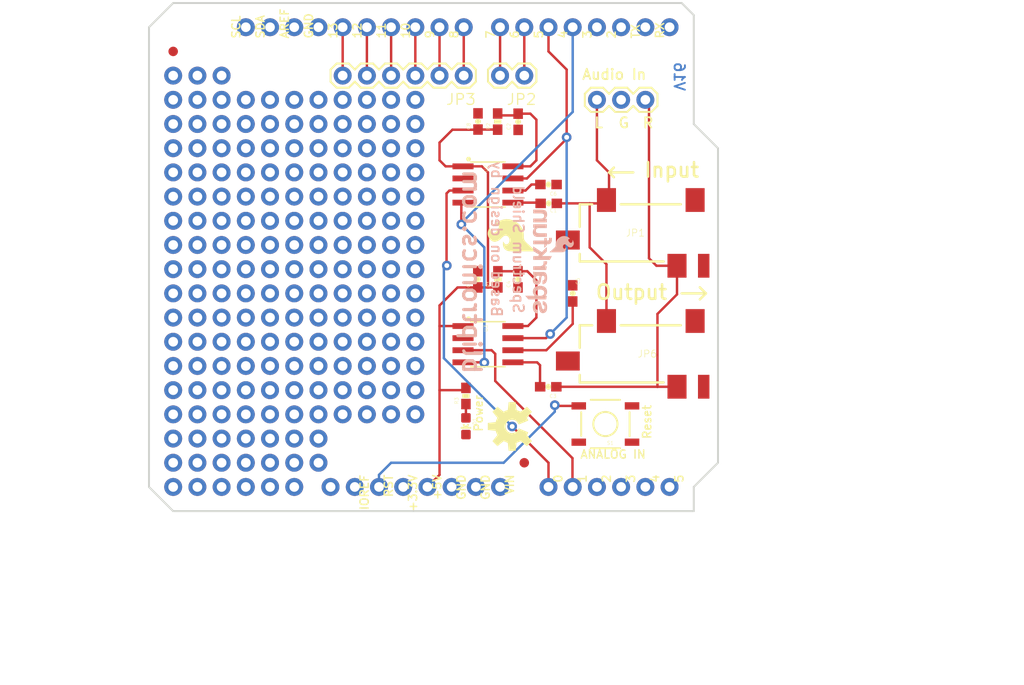
<source format=kicad_pcb>
(kicad_pcb (version 20211014) (generator pcbnew)
  (layers (0 "F.Cu" signal) (31 "B.Cu" signal) (34 "B.Paste" user) (35 "F.Paste" user) (36 "B.SilkS" user "B.Silkscreen") (37 "F.SilkS" user "F.Silkscreen") (38 "B.Mask" user) (39 "F.Mask" user) (44 "Edge.Cuts" user))
  (net 0 "")
  (net 1 "GND")
  (net 2 "RESET")
  (net 3 "STROBE")
  (net 4 "N$1")
  (net 5 "N$4")
  (net 6 "N$6")
  (net 7 "VCC")
  (net 8 "ANALOG0")
  (net 9 "ANALOG1")
  (net 10 "RIGHT")
  (net 11 "LEFT")
  (net 12 "N$2")
  (net 13 "N$3")
  (net 14 "N$5")
  (net 15 "N$7")
  (net 16 "N$9")
  (net 17 "N$10")
  (net 18 "N$11")
  (net 19 "N$12")
  (net 20 "N$13")
  (net 21 "N$14")
  (net 22 "N$15")
  (net 23 "N$16")
  (net 24 "N$17")
  (net 25 "N$18")
  (net 26 "N$19")
  (net 27 "N$20")
  (net 28 "N$21")
  (net 29 "N$22")
  (net 30 "N$23")
  (net 31 "N$24")
  (net 32 "N$25")
  (net 33 "N$26")
  (net 34 "N$27")
  (net 35 "N$28")
  (net 36 "N$29")
  (net 37 "N$30")
  (net 38 "N$31")
  (net 39 "N$32")
  (net 40 "N$33")
  (net 41 "N$34")
  (net 42 "N$35")
  (net 43 "N$36")
  (net 44 "N$37")
  (net 45 "N$38")
  (net 46 "N$39")
  (net 47 "N$40")
  (net 48 "N$41")
  (net 49 "N$42")
  (net 50 "N$43")
  (net 51 "N$44")
  (net 52 "N$45")
  (net 53 "N$46")
  (net 54 "N$47")
  (net 55 "N$48")
  (net 56 "N$49")
  (net 57 "N$50")
  (net 58 "N$51")
  (net 59 "N$52")
  (net 60 "N$53")
  (net 61 "N$54")
  (net 62 "N$55")
  (net 63 "N$56")
  (net 64 "N$57")
  (net 65 "N$58")
  (net 66 "N$59")
  (net 67 "N$60")
  (net 68 "N$61")
  (net 69 "N$62")
  (net 70 "N$63")
  (net 71 "N$64")
  (net 72 "N$65")
  (net 73 "N$66")
  (net 74 "N$67")
  (net 75 "N$68")
  (net 76 "N$69")
  (net 77 "N$70")
  (net 78 "N$71")
  (net 79 "N$72")
  (net 80 "N$73")
  (net 81 "N$74")
  (net 82 "N$75")
  (net 83 "N$76")
  (net 84 "N$77")
  (net 85 "N$78")
  (net 86 "N$79")
  (net 87 "N$80")
  (net 88 "N$81")
  (net 89 "N$82")
  (net 90 "N$83")
  (net 91 "N$84")
  (net 92 "N$85")
  (net 93 "N$86")
  (net 94 "N$87")
  (net 95 "N$88")
  (net 96 "N$89")
  (net 97 "N$90")
  (net 98 "N$91")
  (net 99 "N$92")
  (net 100 "N$93")
  (net 101 "N$94")
  (net 102 "N$95")
  (net 103 "N$96")
  (net 104 "N$97")
  (net 105 "N$98")
  (net 106 "N$99")
  (net 107 "N$100")
  (net 108 "N$101")
  (net 109 "N$102")
  (net 110 "N$103")
  (net 111 "N$104")
  (net 112 "N$105")
  (net 113 "N$106")
  (net 114 "N$107")
  (net 115 "N$108")
  (net 116 "N$109")
  (net 117 "N$110")
  (net 118 "N$111")
  (net 119 "N$112")
  (net 120 "N$113")
  (net 121 "N$114")
  (net 122 "N$115")
  (net 123 "N$116")
  (net 124 "N$117")
  (net 125 "N$118")
  (net 126 "N$119")
  (net 127 "N$120")
  (net 128 "N$121")
  (net 129 "N$122")
  (net 130 "N$123")
  (net 131 "N$124")
  (net 132 "N$125")
  (net 133 "N$126")
  (net 134 "N$127")
  (net 135 "N$128")
  (net 136 "N$129")
  (net 137 "N$130")
  (net 138 "N$131")
  (net 139 "N$132")
  (net 140 "N$133")
  (net 141 "N$135")
  (net 142 "N$136")
  (net 143 "N$137")
  (net 144 "N$138")
  (net 145 "N$139")
  (net 146 "N$140")
  (net 147 "N$141")
  (net 148 "N$142")
  (net 149 "N$143")
  (net 150 "N$144")
  (net 151 "N$145")
  (net 152 "N$146")
  (net 153 "N$147")
  (net 154 "N$148")
  (net 155 "N$152")
  (net 156 "N$153")
  (net 157 "N$154")
  (net 158 "N$155")
  (net 159 "N$156")
  (net 160 "N$157")
  (net 161 "N$158")
  (net 162 "N$159")
  (net 163 "N$160")
  (net 164 "N$161")
  (net 165 "N$162")
  (net 166 "N$163")
  (net 167 "N$164")
  (net 168 "N$165")
  (net 169 "N$169")
  (net 170 "N$170")
  (net 171 "N$171")
  (net 172 "N$172")
  (net 173 "N$173")
  (net 174 "N$174")
  (net 175 "N$175")
  (net 176 "N$176")
  (net 177 "N$177")
  (net 178 "N$178")
  (net 179 "N$179")
  (net 180 "N$180")
  (net 181 "N$181")
  (net 182 "N$182")
  (net 183 "N$183")
  (net 184 "N$184")
  (net 185 "N$185")
  (net 186 "N$186")
  (net 187 "N$187")
  (net 188 "N$188")
  (net 189 "N$189")
  (net 190 "N$190")
  (net 191 "N$191")
  (net 192 "N$192")
  (net 193 "N$193")
  (net 194 "N$194")
  (net 195 "N$195")
  (net 196 "N$196")
  (net 197 "N$166")
  (net 198 "N$167")
  (net 199 "N$168")
  (net 200 "N$227")
  (net 201 "N$8")
  (footprint "boardEagle:1X06" (layer "F.Cu") (at 151.6761 85.9536 180)
    (fp_text reference "JP3")
    (fp_text value "")
  )
  (footprint "boardEagle:0603-CAP" (layer "F.Cu") (at 163.1061 108.8136 -90)
    (fp_text reference "C5")
    (fp_text value "0.1uF")
  )
  (footprint "boardEagle:STAND-OFF-TIGHT" (layer "F.Cu") (at 175.8061 124.0536)
    (fp_text reference "U$1" hide)
    (fp_text value "" hide)
  )
  (footprint "boardEagle:0603-CAP" (layer "F.Cu") (at 157.3657 107.3404 90)
    (fp_text reference "C4")
    (fp_text value "33pF")
  )
  (footprint "boardEagle:OSHW-LOGO-M" (layer "F.Cu") (at 156.7561 122.7836 90)
    (fp_text reference "LOGO1" hide)
    (fp_text value "OSHW-LOGOM" hide)
  )
  (footprint "boardEagle:0603-RES" (layer "F.Cu") (at 151.9047 119.5832 90)
    (fp_text reference "R3")
    (fp_text value "330")
  )
  (footprint "boardEagle:1X02" (layer "F.Cu") (at 158.0261 85.9536 180)
    (fp_text reference "JP2")
    (fp_text value "")
  )
  (footprint "boardEagle:0603-CAP" (layer "F.Cu") (at 153.172159 90.7669 90)
    (fp_text reference "C8")
    (fp_text value "0.1uF")
  )
  (footprint "boardEagle:TACTILE-SWITCH-SMD" (layer "F.Cu") (at 166.5351 122.5296 180)
    (fp_text reference "S1")
    (fp_text value "TAC_SWITCHSMD")
  )
  (footprint "boardEagle:CREATIVE_COMMONS" (layer "F.Cu") (at 127.5461 146.9136)
    (fp_text reference "FRAME1" hide)
    (fp_text value "FRAME-LETTER" hide)
  )
  (footprint "boardEagle:0603-CAP" (layer "F.Cu") (at 157.38094 90.799919 90)
    (fp_text reference "C2")
    (fp_text value "33pF")
  )
  (footprint "boardEagle:STAND-OFF-TIGHT" (layer "F.Cu") (at 125.0061 80.8736)
    (fp_text reference "U$3" hide)
    (fp_text value "" hide)
  )
  (footprint "boardEagle:SFE_LOGO_FLAME_.2" (layer "F.Cu") (at 159.5501 104.7496 90)
    (fp_text reference "LOGO2" hide)
    (fp_text value "SFE_LOGO_FLAME.2_INCH" hide)
  )
  (footprint "boardEagle:0603-CAP" (layer "F.Cu") (at 160.5407 118.618 180)
    (fp_text reference "C3")
    (fp_text value "1nF")
  )
  (footprint "boardEagle:0603-CAP" (layer "F.Cu") (at 160.5661 97.3836 180)
    (fp_text reference "C6")
    (fp_text value "0.1uF")
  )
  (footprint "boardEagle:AUDIO-JACK-3.5MM-SMD" (layer "F.Cu") (at 178.3461 102.4636 180)
    (fp_text reference "JP1")
    (fp_text value "3.5mm Audio Jack")
  )
  (footprint "boardEagle:SOIC8" (layer "F.Cu") (at 154.2161 114.1476 -90)
    (fp_text reference "U3")
    (fp_text value "MSGEQ7SOIC")
  )
  (footprint "boardEagle:SOIC8" (layer "F.Cu") (at 154.2161 97.3836 -90)
    (fp_text reference "U2")
    (fp_text value "MSGEQ7SOIC")
  )
  (footprint "boardEagle:LED-0603" (layer "F.Cu") (at 151.9047 122.7582 180)
    (fp_text reference "D1")
    (fp_text value "RED")
  )
  (footprint "boardEagle:0603-RES" (layer "F.Cu") (at 155.2321 90.7796 90)
    (fp_text reference "R2")
    (fp_text value "200k")
  )
  (footprint "boardEagle:0603-CAP" (layer "F.Cu") (at 153.1493 107.3404 90)
    (fp_text reference "C7")
    (fp_text value "0.1uF")
  )
  (footprint "boardEagle:1X03" (layer "F.Cu") (at 165.6461 88.4936)
    (fp_text reference "AUDIO_IN0" hide)
    (fp_text value "JUMPER-3PTH" hide)
  )
  (footprint "boardEagle:0603-RES" (layer "F.Cu") (at 155.2575 107.3404 90)
    (fp_text reference "R1")
    (fp_text value "200k")
  )
  (footprint "boardEagle:AUDIO-JACK-3.5MM-SMD" (layer "F.Cu") (at 178.3461 115.1636 180)
    (fp_text reference "JP6")
    (fp_text value "3.5mm Audio Jack")
  )
  (footprint "boardEagle:0603-CAP" (layer "F.Cu") (at 160.5915 99.3648 180)
    (fp_text reference "C1")
    (fp_text value "1nF")
  )
  (footprint "boardEagle:FIDUCIAL-1X2" (layer "F.Cu") (at 158.0261 126.5936)
    (fp_text reference "JP4" hide)
    (fp_text value "FIDUCIAL1X2" hide)
  )
  (footprint "boardEagle:UNO_R3_SHIELD" (layer "F.Cu") (at 118.6561 78.3336 -90)
    (fp_text reference "U1" hide)
    (fp_text value "ARDUINO_R3_SHIELD" hide)
  )
  (footprint "boardEagle:FIDUCIAL-1X2" (layer "F.Cu") (at 121.1961 83.4136)
    (fp_text reference "JP5" hide)
    (fp_text value "FIDUCIAL1X2" hide)
  )
  (footprint "boardEagle:SFE_LOGO_NAME_FLAME_.1" (layer "B.Cu") (at 158.0261 111.3536 90)
    (fp_text reference "LOGO3" hide)
    (fp_text value "SFE_LOGO_NAME_FLAME.1_INCH" hide)
  )
  (gr_line (start 176.4411 109.4486) (end 177.0761 108.8136) (layer "F.SilkS") (width 0.254))
  (gr_line (start 166.9161 96.1136) (end 167.4241 96.6216) (layer "F.SilkS") (width 0.254))
  (gr_line (start 174.5361 108.8136) (end 177.0761 108.8136) (layer "F.SilkS") (width 0.254))
  (gr_line (start 176.4411 108.1786) (end 177.0761 108.8136) (layer "F.SilkS") (width 0.254))
  (gr_line (start 169.4561 96.1136) (end 167.1701 96.1136) (layer "F.SilkS") (width 0.254))
  (gr_line (start 167.4241 95.6056) (end 166.9161 96.1136) (layer "F.SilkS") (width 0.254))
  (gr_line (start 174.5361 78.3336) (end 121.1961 78.3336) (layer "Edge.Cuts") (width 0.2032))
  (gr_line (start 118.6561 80.8736) (end 118.6561 129.1336) (layer "Edge.Cuts") (width 0.2032))
  (gr_line (start 178.3461 126.5936) (end 178.3461 93.5736) (layer "Edge.Cuts") (width 0.2032))
  (gr_line (start 175.8061 131.6736) (end 175.8061 129.1336) (layer "Edge.Cuts") (width 0.2032))
  (gr_line (start 175.8061 129.1336) (end 178.3461 126.5936) (layer "Edge.Cuts") (width 0.2032))
  (gr_line (start 175.8061 79.6036) (end 174.5361 78.3336) (layer "Edge.Cuts") (width 0.2032))
  (gr_line (start 121.1961 131.6736) (end 175.8061 131.6736) (layer "Edge.Cuts") (width 0.2032))
  (gr_line (start 178.3461 93.5736) (end 175.8061 91.0336) (layer "Edge.Cuts") (width 0.2032))
  (gr_line (start 118.6561 129.1336) (end 121.1961 131.6736) (layer "Edge.Cuts") (width 0.2032))
  (gr_line (start 121.1961 78.3336) (end 118.6561 80.8736) (layer "Edge.Cuts") (width 0.2032))
  (gr_line (start 175.8061 91.0336) (end 175.8061 79.6036) (layer "Edge.Cuts") (width 0.2032))
  (gr_text "V16" (at 174.9171 84.4296 -90) (layer "B.Cu") (effects (font (size 1.0795 1.0795) (thickness 0.1905)) (justify right top mirror)))
  (gr_text "Based on design by" (at 155.7401 94.8436 -90) (layer "B.SilkS") (effects (font (size 1.0795 1.0795) (thickness 0.1905)) (justify right top mirror)))
  (gr_text "bliptronics.com" (at 151.4221 117.4496 -90) (layer "B.SilkS") (effects (font (size 1.85674 1.85674) (thickness 0.32766)) (justify left bottom mirror)))
  (gr_text "Spectrum Shield" (at 158.0261 97.3836 -90) (layer "B.SilkS") (effects (font (size 1.0795 1.0795) (thickness 0.1905)) (justify right top mirror)))
  (gr_text "R" (at 170.3451 91.5416) (layer "F.SilkS") (effects (font (size 1.0795 1.0795) (thickness 0.1905)) (justify left bottom)))
  (gr_text "Reset" (at 170.3959 120.4468 90) (layer "F.SilkS") (effects (font (size 0.8636 0.8636) (thickness 0.1524)) (justify right top)))
  (gr_text "Audio In" (at 163.9951 86.4616) (layer "F.SilkS") (effects (font (size 1.0795 1.0795) (thickness 0.1905)) (justify left bottom)))
  (gr_text "Input" (at 170.4721 96.7486) (layer "F.SilkS") (effects (font (size 1.5113 1.5113) (thickness 0.2667)) (justify left bottom)))
  (gr_text "Power" (at 153.7335 123.4186 90) (layer "F.SilkS") (effects (font (size 0.8636 0.8636) (thickness 0.1524)) (justify left bottom)))
  (gr_text "L" (at 165.2651 91.5416) (layer "F.SilkS") (effects (font (size 1.0795 1.0795) (thickness 0.1905)) (justify left bottom)))
  (gr_text "G" (at 167.8051 91.5416) (layer "F.SilkS") (effects (font (size 1.0795 1.0795) (thickness 0.1905)) (justify left bottom)))
  (gr_text "Output" (at 165.3921 109.5756) (layer "F.SilkS") (effects (font (size 1.5113 1.5113) (thickness 0.2667)) (justify left bottom)))
  (segment (start 162.4711 92.4306) (end 162.4711 85.3186) (width 0.254) (layer "F.Cu") (net 2))
  (segment (start 158.3055 96.7486) (end 162.4711 92.583) (width 0.254) (layer "F.Cu") (net 2))
  (segment (start 160.3121 113.5126) (end 160.7439 113.0808) (width 0.254) (layer "F.Cu") (net 2))
  (segment (start 162.4711 92.583) (end 162.4711 92.4306) (width 0.254) (layer "F.Cu") (net 2))
  (segment (start 156.8323 96.7486) (end 158.3055 96.7486) (width 0.254) (layer "F.Cu") (net 2))
  (segment (start 162.4711 85.3186) (end 160.5661 83.4136) (width 0.254) (layer "F.Cu") (net 2))
  (segment (start 156.8323 113.5126) (end 160.3121 113.5126) (width 0.254) (layer "F.Cu") (net 2))
  (segment (start 160.5661 83.4136) (end 160.5661 80.8736) (width 0.254) (layer "F.Cu") (net 2))
  (via (at 162.4711 92.4306) (size 1.016) (drill 0.508) (layers "F.Cu" "B.Cu") (net 2))
  (via (at 160.7439 113.0808) (size 1.016) (drill 0.508) (layers "F.Cu" "B.Cu") (net 2))
  (segment (start 162.4711 111.3536) (end 160.7439 113.0808) (width 0.254) (layer "B.Cu") (net 2))
  (segment (start 162.4711 92.4306) (end 162.4711 111.3536) (width 0.254) (layer "B.Cu") (net 2))
  (segment (start 151.4221 99.4664) (end 151.4221 101.5746) (width 0.254) (layer "F.Cu") (net 3))
  (segment (start 151.4221 99.4664) (end 151.5999 99.2886) (width 0.254) (layer "F.Cu") (net 3))
  (segment (start 153.8097 116.0526) (end 153.8351 116.078) (width 0.254) (layer "F.Cu") (net 3))
  (segment (start 151.5999 116.0526) (end 153.8097 116.0526) (width 0.254) (layer "F.Cu") (net 3))
  (via (at 153.8351 116.078) (size 1.016) (drill 0.508) (layers "F.Cu" "B.Cu") (net 3))
  (via (at 151.4221 101.5746) (size 1.016) (drill 0.508) (layers "F.Cu" "B.Cu") (net 3))
  (segment (start 151.4221 101.5746) (end 151.4221 101.4476) (width 0.254) (layer "B.Cu") (net 3))
  (segment (start 153.8351 103.9876) (end 153.8351 116.078) (width 0.254) (layer "B.Cu") (net 3))
  (segment (start 151.4221 101.4476) (end 163.1061 89.7636) (width 0.254) (layer "B.Cu") (net 3))
  (segment (start 163.1061 89.7636) (end 163.1061 80.8736) (width 0.254) (layer "B.Cu") (net 3))
  (segment (start 151.4221 101.5746) (end 153.8351 103.9876) (width 0.254) (layer "B.Cu") (net 3))
  (segment (start 159.6653 99.2886) (end 159.7415 99.3648) (width 0.254) (layer "F.Cu") (net 4))
  (segment (start 156.8323 99.2886) (end 159.6653 99.2886) (width 0.254) (layer "F.Cu") (net 4))
  (segment (start 156.8323 95.4786) (end 158.6611 95.4786) (width 0.254) (layer "F.Cu") (net 5))
  (segment (start 155.4321 90.1296) (end 157.201259 90.1296) (width 0.254) (layer "F.Cu") (net 5))
  (segment (start 157.38184 89.949019) (end 157.38094 89.949919) (width 0.254) (layer "F.Cu") (net 5))
  (segment (start 159.2961 94.8436) (end 159.2961 90.584019) (width 0.254) (layer "F.Cu") (net 5))
  (segment (start 158.6611 95.4786) (end 159.2961 94.8436) (width 0.254) (layer "F.Cu") (net 5))
  (segment (start 158.6611 89.949019) (end 157.38184 89.949019) (width 0.254) (layer "F.Cu") (net 5))
  (segment (start 157.201259 90.1296) (end 157.38094 89.949919) (width 0.254) (layer "F.Cu") (net 5))
  (segment (start 155.2321 89.9296) (end 155.4321 90.1296) (width 0.254) (layer "F.Cu") (net 5))
  (segment (start 159.2961 90.584019) (end 158.6611 89.949019) (width 0.254) (layer "F.Cu") (net 5))
  (segment (start 156.8323 98.0186) (end 158.1531 98.0186) (width 0.254) (layer "F.Cu") (net 6))
  (segment (start 158.1531 98.0186) (end 158.7881 97.3836) (width 0.254) (layer "F.Cu") (net 6))
  (segment (start 158.7881 97.3836) (end 159.7161 97.3836) (width 0.254) (layer "F.Cu") (net 6))
  (segment (start 149.1361 127.8636) (end 149.1361 118.9736) (width 0.254) (layer "F.Cu") (net 7))
  (segment (start 155.2194 91.6169) (end 155.2321 91.6296) (width 0.254) (layer "F.Cu") (net 7))
  (segment (start 149.1361 110.0836) (end 149.1361 112.2426) (width 0.254) (layer "F.Cu") (net 7))
  (segment (start 149.1361 118.9736) (end 149.1361 112.2426) (width 0.254) (layer "F.Cu") (net 7))
  (segment (start 147.8661 129.1336) (end 149.1361 127.8636) (width 0.254) (layer "F.Cu") (net 7))
  (segment (start 153.1493 108.1904) (end 154.2161 108.1904) (width 0.254) (layer "F.Cu") (net 7))
  (segment (start 151.5999 112.2426) (end 149.1361 112.2426) (width 0.254) (layer "F.Cu") (net 7))
  (segment (start 153.1493 108.1904) (end 151.0293 108.1904) (width 0.254) (layer "F.Cu") (net 7))
  (segment (start 150.489918 91.633041) (end 153.156018 91.633041) (width 0.254) (layer "F.Cu") (net 7))
  (segment (start 154.2161 96.1136) (end 154.2161 108.1904) (width 0.254) (layer "F.Cu") (net 7))
  (segment (start 151.0293 108.1904) (end 149.1361 110.0836) (width 0.254) (layer "F.Cu") (net 7))
  (segment (start 149.7711 95.4786) (end 149.1361 94.8436) (width 0.254) (layer "F.Cu") (net 7))
  (segment (start 149.1361 94.8436) (end 149.1361 92.98686) (width 0.254) (layer "F.Cu") (net 7))
  (segment (start 151.5999 95.4786) (end 153.5811 95.4786) (width 0.254) (layer "F.Cu") (net 7))
  (segment (start 151.9047 118.7332) (end 151.6643 118.9736) (width 0.254) (layer "F.Cu") (net 7))
  (segment (start 153.172159 91.6169) (end 155.2194 91.6169) (width 0.254) (layer "F.Cu") (net 7))
  (segment (start 154.2161 108.1904) (end 155.2575 108.1904) (width 0.254) (layer "F.Cu") (net 7))
  (segment (start 155.224481 91.637219) (end 155.2321 91.6296) (width 0.254) (layer "F.Cu") (net 7))
  (segment (start 153.5811 95.4786) (end 154.2161 96.1136) (width 0.254) (layer "F.Cu") (net 7))
  (segment (start 153.156018 91.633041) (end 153.172159 91.6169) (width 0.254) (layer "F.Cu") (net 7))
  (segment (start 151.6643 118.9736) (end 149.1361 118.9736) (width 0.254) (layer "F.Cu") (net 7))
  (segment (start 151.5999 95.4786) (end 149.7711 95.4786) (width 0.254) (layer "F.Cu") (net 7))
  (segment (start 149.1361 92.98686) (end 150.489918 91.633041) (width 0.254) (layer "F.Cu") (net 7))
  (segment (start 150.1775 98.0186) (end 149.8727 98.3234) (width 0.254) (layer "F.Cu") (net 8))
  (segment (start 160.5661 129.1336) (end 160.5661 126.5936) (width 0.254) (layer "F.Cu") (net 8))
  (segment (start 151.5999 98.0186) (end 150.1775 98.0186) (width 0.254) (layer "F.Cu") (net 8))
  (segment (start 160.5661 126.5936) (end 156.7561 122.7836) (width 0.254) (layer "F.Cu") (net 8))
  (segment (start 149.8727 105.8672) (end 149.8981 105.8926) (width 0.254) (layer "F.Cu") (net 8))
  (segment (start 149.8727 98.3234) (end 149.8727 105.8672) (width 0.254) (layer "F.Cu") (net 8))
  (via (at 149.8981 105.8926) (size 1.016) (drill 0.508) (layers "F.Cu" "B.Cu") (net 8))
  (via (at 156.7561 122.7836) (size 1.016) (drill 0.508) (layers "F.Cu" "B.Cu") (net 8))
  (segment (start 149.5933 106.1974) (end 149.8981 105.8926) (width 0.254) (layer "B.Cu") (net 8))
  (segment (start 149.5933 115.6208) (end 149.5933 106.1974) (width 0.254) (layer "B.Cu") (net 8))
  (segment (start 156.7561 122.7836) (end 149.5933 115.6208) (width 0.254) (layer "B.Cu") (net 8))
  (segment (start 154.9781 118.0084) (end 163.0807 126.111) (width 0.254) (layer "F.Cu") (net 9))
  (segment (start 154.9781 115.1636) (end 154.9781 118.0084) (width 0.254) (layer "F.Cu") (net 9))
  (segment (start 151.5999 114.7826) (end 154.5971 114.7826) (width 0.254) (layer "F.Cu") (net 9))
  (segment (start 154.5971 114.7826) (end 154.9781 115.1636) (width 0.254) (layer "F.Cu") (net 9))
  (segment (start 163.0807 126.111) (end 163.0807 129.1082) (width 0.254) (layer "F.Cu") (net 9))
  (segment (start 163.0807 129.1082) (end 163.1061 129.1336) (width 0.254) (layer "F.Cu") (net 9))
  (segment (start 171.8901 105.9136) (end 171.1071 105.1306) (width 0.254) (layer "F.Cu") (net 10))
  (segment (start 171.1071 105.1306) (end 171.1071 88.8746) (width 0.254) (layer "F.Cu") (net 10))
  (segment (start 161.3907 118.618) (end 171.9961 118.618) (width 0.254) (layer "F.Cu") (net 10))
  (segment (start 174.0461 105.9136) (end 174.0461 108.9226) (width 0.254) (layer "F.Cu") (net 10))
  (segment (start 174.0417 118.618) (end 174.0461 118.6136) (width 0.254) (layer "F.Cu") (net 10))
  (segment (start 171.1071 88.8746) (end 170.7261 88.4936) (width 0.254) (layer "F.Cu") (net 10))
  (segment (start 173.6861 118.9736) (end 174.0461 118.6136) (width 0.254) (layer "F.Cu") (net 10))
  (segment (start 171.9961 110.9726) (end 171.9961 118.618) (width 0.254) (layer "F.Cu") (net 10))
  (segment (start 171.9961 118.618) (end 174.0417 118.618) (width 0.254) (layer "F.Cu") (net 10))
  (segment (start 174.0461 108.9226) (end 171.9961 110.9726) (width 0.254) (layer "F.Cu") (net 10))
  (segment (start 173.2661 118.9736) (end 173.6861 118.9736) (width 0.254) (layer "F.Cu") (net 10))
  (segment (start 174.0461 105.9136) (end 171.8901 105.9136) (width 0.254) (layer "F.Cu") (net 10))
  (segment (start 164.8841 99.3648) (end 166.2949 99.3648) (width 0.254) (layer "F.Cu") (net 11))
  (segment (start 164.8841 103.9876) (end 164.8841 99.3648) (width 0.254) (layer "F.Cu") (net 11))
  (segment (start 166.9161 96.1136) (end 166.9161 98.7436) (width 0.254) (layer "F.Cu") (net 11))
  (segment (start 166.9161 98.7436) (end 166.6461 99.0136) (width 0.254) (layer "F.Cu") (net 11))
  (segment (start 161.4415 99.3648) (end 164.8841 99.3648) (width 0.254) (layer "F.Cu") (net 11))
  (segment (start 165.6461 94.8436) (end 166.9161 96.1136) (width 0.254) (layer "F.Cu") (net 11))
  (segment (start 166.6461 111.7136) (end 166.6461 105.7496) (width 0.254) (layer "F.Cu") (net 11))
  (segment (start 166.6461 105.7496) (end 164.8841 103.9876) (width 0.254) (layer "F.Cu") (net 11))
  (segment (start 165.6461 88.4936) (end 165.6461 94.8436) (width 0.254) (layer "F.Cu") (net 11))
  (segment (start 166.2949 99.3648) (end 166.6461 99.0136) (width 0.254) (layer "F.Cu") (net 11))
  (segment (start 156.8323 116.0526) (end 159.3723 116.0526) (width 0.254) (layer "F.Cu") (net 12))
  (segment (start 159.3723 116.0526) (end 159.6771 116.3574) (width 0.254) (layer "F.Cu") (net 12))
  (segment (start 159.6771 116.3574) (end 159.6771 118.6044) (width 0.254) (layer "F.Cu") (net 12))
  (segment (start 159.6771 118.6044) (end 159.6907 118.618) (width 0.254) (layer "F.Cu") (net 12))
  (segment (start 158.4071 112.2426) (end 159.2961 111.3536) (width 0.254) (layer "F.Cu") (net 13))
  (segment (start 158.3445 106.4904) (end 157.3657 106.4904) (width 0.254) (layer "F.Cu") (net 13))
  (segment (start 159.2961 111.3536) (end 159.2961 107.442) (width 0.254) (layer "F.Cu") (net 13))
  (segment (start 159.2961 107.442) (end 158.3445 106.4904) (width 0.254) (layer "F.Cu") (net 13))
  (segment (start 156.8323 112.2426) (end 158.4071 112.2426) (width 0.254) (layer "F.Cu") (net 13))
  (segment (start 155.2575 106.4904) (end 157.3657 106.4904) (width 0.254) (layer "F.Cu") (net 13))
  (segment (start 156.8323 114.7826) (end 160.3375 114.7826) (width 0.254) (layer "F.Cu") (net 14))
  (segment (start 163.1061 112.014) (end 163.1061 109.6636) (width 0.254) (layer "F.Cu") (net 14))
  (segment (start 160.3375 114.7826) (end 163.1061 112.014) (width 0.254) (layer "F.Cu") (net 14))
  (segment (start 151.9047 121.8812) (end 151.9047 120.4332) (width 0.254) (layer "F.Cu") (net 15))
  (segment (start 155.4861 85.9536) (end 155.4861 80.8736) (width 0.254) (layer "F.Cu") (net 16))
  (segment (start 151.6761 85.9536) (end 151.6761 80.8736) (width 0.254) (layer "F.Cu") (net 17))
  (segment (start 149.1361 85.9536) (end 149.1361 80.8736) (width 0.254) (layer "F.Cu") (net 18))
  (segment (start 146.5961 85.9536) (end 146.5961 80.8736) (width 0.254) (layer "F.Cu") (net 19))
  (segment (start 144.0561 85.9536) (end 144.0561 80.8736) (width 0.254) (layer "F.Cu") (net 20))
  (segment (start 141.5161 85.9536) (end 141.5161 80.8736) (width 0.254) (layer "F.Cu") (net 21))
  (segment (start 138.9761 85.9536) (end 138.9761 80.8736) (width 0.254) (layer "F.Cu") (net 22))
  (via (at 121.1961 88.4936) (size 1.8796) (drill 1.016) (layers "F.Cu" "B.Cu") (net 23))
  (via (at 121.1961 91.0336) (size 1.8796) (drill 1.016) (layers "F.Cu" "B.Cu") (net 24))
  (via (at 121.1961 93.5736) (size 1.8796) (drill 1.016) (layers "F.Cu" "B.Cu") (net 25))
  (via (at 121.1961 96.1136) (size 1.8796) (drill 1.016) (layers "F.Cu" "B.Cu") (net 26))
  (via (at 121.1961 98.6536) (size 1.8796) (drill 1.016) (layers "F.Cu" "B.Cu") (net 27))
  (via (at 121.1961 101.1936) (size 1.8796) (drill 1.016) (layers "F.Cu" "B.Cu") (net 28))
  (via (at 121.1961 103.7336) (size 1.8796) (drill 1.016) (layers "F.Cu" "B.Cu") (net 29))
  (via (at 121.1961 106.2736) (size 1.8796) (drill 1.016) (layers "F.Cu" "B.Cu") (net 30))
  (via (at 121.1961 108.8136) (size 1.8796) (drill 1.016) (layers "F.Cu" "B.Cu") (net 31))
  (via (at 121.1961 111.3536) (size 1.8796) (drill 1.016) (layers "F.Cu" "B.Cu") (net 32))
  (via (at 121.1961 113.8936) (size 1.8796) (drill 1.016) (layers "F.Cu" "B.Cu") (net 33))
  (via (at 121.1961 116.4336) (size 1.8796) (drill 1.016) (layers "F.Cu" "B.Cu") (net 34))
  (via (at 121.1961 118.9736) (size 1.8796) (drill 1.016) (layers "F.Cu" "B.Cu") (net 35))
  (via (at 121.1961 121.5136) (size 1.8796) (drill 1.016) (layers "F.Cu" "B.Cu") (net 36))
  (via (at 121.1961 124.0536) (size 1.8796) (drill 1.016) (layers "F.Cu" "B.Cu") (net 37))
  (via (at 121.1961 126.5936) (size 1.8796) (drill 1.016) (layers "F.Cu" "B.Cu") (net 38))
  (via (at 121.1961 129.1336) (size 1.8796) (drill 1.016) (layers "F.Cu" "B.Cu") (net 39))
  (via (at 123.7361 88.4936) (size 1.8796) (drill 1.016) (layers "F.Cu" "B.Cu") (net 40))
  (via (at 123.7361 91.0336) (size 1.8796) (drill 1.016) (layers "F.Cu" "B.Cu") (net 41))
  (via (at 123.7361 93.5736) (size 1.8796) (drill 1.016) (layers "F.Cu" "B.Cu") (net 42))
  (via (at 123.7361 96.1136) (size 1.8796) (drill 1.016) (layers "F.Cu" "B.Cu") (net 43))
  (via (at 123.7361 98.6536) (size 1.8796) (drill 1.016) (layers "F.Cu" "B.Cu") (net 44))
  (via (at 123.7361 101.1936) (size 1.8796) (drill 1.016) (layers "F.Cu" "B.Cu") (net 45))
  (via (at 123.7361 103.7336) (size 1.8796) (drill 1.016) (layers "F.Cu" "B.Cu") (net 46))
  (via (at 123.7361 106.2736) (size 1.8796) (drill 1.016) (layers "F.Cu" "B.Cu") (net 47))
  (via (at 123.7361 108.8136) (size 1.8796) (drill 1.016) (layers "F.Cu" "B.Cu") (net 48))
  (via (at 123.7361 111.3536) (size 1.8796) (drill 1.016) (layers "F.Cu" "B.Cu") (net 49))
  (via (at 123.7361 113.8936) (size 1.8796) (drill 1.016) (layers "F.Cu" "B.Cu") (net 50))
  (via (at 123.7361 116.4336) (size 1.8796) (drill 1.016) (layers "F.Cu" "B.Cu") (net 51))
  (via (at 123.7361 118.9736) (size 1.8796) (drill 1.016) (layers "F.Cu" "B.Cu") (net 52))
  (via (at 123.7361 121.5136) (size 1.8796) (drill 1.016) (layers "F.Cu" "B.Cu") (net 53))
  (via (at 123.7361 124.0536) (size 1.8796) (drill 1.016) (layers "F.Cu" "B.Cu") (net 54))
  (via (at 123.7361 126.5936) (size 1.8796) (drill 1.016) (layers "F.Cu" "B.Cu") (net 55))
  (via (at 123.7361 129.1336) (size 1.8796) (drill 1.016) (layers "F.Cu" "B.Cu") (net 56))
  (via (at 126.2761 88.4936) (size 1.8796) (drill 1.016) (layers "F.Cu" "B.Cu") (net 57))
  (via (at 126.2761 91.0336) (size 1.8796) (drill 1.016) (layers "F.Cu" "B.Cu") (net 58))
  (via (at 126.2761 93.5736) (size 1.8796) (drill 1.016) (layers "F.Cu" "B.Cu") (net 59))
  (via (at 126.2761 96.1136) (size 1.8796) (drill 1.016) (layers "F.Cu" "B.Cu") (net 60))
  (via (at 126.2761 98.6536) (size 1.8796) (drill 1.016) (layers "F.Cu" "B.Cu") (net 61))
  (via (at 126.2761 101.1936) (size 1.8796) (drill 1.016) (layers "F.Cu" "B.Cu") (net 62))
  (via (at 126.2761 103.7336) (size 1.8796) (drill 1.016) (layers "F.Cu" "B.Cu") (net 63))
  (via (at 126.2761 106.2736) (size 1.8796) (drill 1.016) (layers "F.Cu" "B.Cu") (net 64))
  (via (at 126.2761 108.8136) (size 1.8796) (drill 1.016) (layers "F.Cu" "B.Cu") (net 65))
  (via (at 126.2761 111.3536) (size 1.8796) (drill 1.016) (layers "F.Cu" "B.Cu") (net 66))
  (via (at 126.2761 113.8936) (size 1.8796) (drill 1.016) (layers "F.Cu" "B.Cu") (net 67))
  (via (at 126.2761 116.4336) (size 1.8796) (drill 1.016) (layers "F.Cu" "B.Cu") (net 68))
  (via (at 126.2761 118.9736) (size 1.8796) (drill 1.016) (layers "F.Cu" "B.Cu") (net 69))
  (via (at 126.2761 121.5136) (size 1.8796) (drill 1.016) (layers "F.Cu" "B.Cu") (net 70))
  (via (at 126.2761 124.0536) (size 1.8796) (drill 1.016) (layers "F.Cu" "B.Cu") (net 71))
  (via (at 126.2761 126.5936) (size 1.8796) (drill 1.016) (layers "F.Cu" "B.Cu") (net 72))
  (via (at 126.2761 129.1336) (size 1.8796) (drill 1.016) (layers "F.Cu" "B.Cu") (net 73))
  (via (at 128.8161 88.4936) (size 1.8796) (drill 1.016) (layers "F.Cu" "B.Cu") (net 74))
  (via (at 128.8161 91.0336) (size 1.8796) (drill 1.016) (layers "F.Cu" "B.Cu") (net 75))
  (via (at 128.8161 93.5736) (size 1.8796) (drill 1.016) (layers "F.Cu" "B.Cu") (net 76))
  (via (at 128.8161 96.1136) (size 1.8796) (drill 1.016) (layers "F.Cu" "B.Cu") (net 77))
  (via (at 128.8161 98.6536) (size 1.8796) (drill 1.016) (layers "F.Cu" "B.Cu") (net 78))
  (via (at 128.8161 101.1936) (size 1.8796) (drill 1.016) (layers "F.Cu" "B.Cu") (net 79))
  (via (at 128.8161 103.7336) (size 1.8796) (drill 1.016) (layers "F.Cu" "B.Cu") (net 80))
  (via (at 128.8161 106.2736) (size 1.8796) (drill 1.016) (layers "F.Cu" "B.Cu") (net 81))
  (via (at 128.8161 108.8136) (size 1.8796) (drill 1.016) (layers "F.Cu" "B.Cu") (net 82))
  (via (at 128.8161 111.3536) (size 1.8796) (drill 1.016) (layers "F.Cu" "B.Cu") (net 83))
  (via (at 128.8161 113.8936) (size 1.8796) (drill 1.016) (layers "F.Cu" "B.Cu") (net 84))
  (via (at 128.8161 116.4336) (size 1.8796) (drill 1.016) (layers "F.Cu" "B.Cu") (net 85))
  (via (at 128.8161 118.9736) (size 1.8796) (drill 1.016) (layers "F.Cu" "B.Cu") (net 86))
  (via (at 128.8161 121.5136) (size 1.8796) (drill 1.016) (layers "F.Cu" "B.Cu") (net 87))
  (via (at 128.8161 124.0536) (size 1.8796) (drill 1.016) (layers "F.Cu" "B.Cu") (net 88))
  (via (at 128.8161 126.5936) (size 1.8796) (drill 1.016) (layers "F.Cu" "B.Cu") (net 89))
  (via (at 128.8161 129.1336) (size 1.8796) (drill 1.016) (layers "F.Cu" "B.Cu") (net 90))
  (via (at 131.3561 88.4936) (size 1.8796) (drill 1.016) (layers "F.Cu" "B.Cu") (net 91))
  (via (at 131.3561 91.0336) (size 1.8796) (drill 1.016) (layers "F.Cu" "B.Cu") (net 92))
  (via (at 131.3561 93.5736) (size 1.8796) (drill 1.016) (layers "F.Cu" "B.Cu") (net 93))
  (via (at 131.3561 96.1136) (size 1.8796) (drill 1.016) (layers "F.Cu" "B.Cu") (net 94))
  (via (at 131.3561 98.6536) (size 1.8796) (drill 1.016) (layers "F.Cu" "B.Cu") (net 95))
  (via (at 131.3561 101.1936) (size 1.8796) (drill 1.016) (layers "F.Cu" "B.Cu") (net 96))
  (via (at 131.3561 103.7336) (size 1.8796) (drill 1.016) (layers "F.Cu" "B.Cu") (net 97))
  (via (at 131.3561 106.2736) (size 1.8796) (drill 1.016) (layers "F.Cu" "B.Cu") (net 98))
  (via (at 131.3561 108.8136) (size 1.8796) (drill 1.016) (layers "F.Cu" "B.Cu") (net 99))
  (via (at 131.3561 111.3536) (size 1.8796) (drill 1.016) (layers "F.Cu" "B.Cu") (net 100))
  (via (at 131.3561 113.8936) (size 1.8796) (drill 1.016) (layers "F.Cu" "B.Cu") (net 101))
  (via (at 131.3561 116.4336) (size 1.8796) (drill 1.016) (layers "F.Cu" "B.Cu") (net 102))
  (via (at 131.3561 118.9736) (size 1.8796) (drill 1.016) (layers "F.Cu" "B.Cu") (net 103))
  (via (at 131.3561 121.5136) (size 1.8796) (drill 1.016) (layers "F.Cu" "B.Cu") (net 104))
  (via (at 131.3561 124.0536) (size 1.8796) (drill 1.016) (layers "F.Cu" "B.Cu") (net 105))
  (via (at 131.3561 126.5936) (size 1.8796) (drill 1.016) (layers "F.Cu" "B.Cu") (net 106))
  (via (at 131.3561 129.1336) (size 1.8796) (drill 1.016) (layers "F.Cu" "B.Cu") (net 107))
  (via (at 133.8961 88.4936) (size 1.8796) (drill 1.016) (layers "F.Cu" "B.Cu") (net 108))
  (via (at 133.8961 91.0336) (size 1.8796) (drill 1.016) (layers "F.Cu" "B.Cu") (net 109))
  (via (at 133.8961 93.5736) (size 1.8796) (drill 1.016) (layers "F.Cu" "B.Cu") (net 110))
  (via (at 133.8961 96.1136) (size 1.8796) (drill 1.016) (layers "F.Cu" "B.Cu") (net 111))
  (via (at 133.8961 98.6536) (size 1.8796) (drill 1.016) (layers "F.Cu" "B.Cu") (net 112))
  (via (at 133.8961 101.1936) (size 1.8796) (drill 1.016) (layers "F.Cu" "B.Cu") (net 113))
  (via (at 133.8961 103.7336) (size 1.8796) (drill 1.016) (layers "F.Cu" "B.Cu") (net 114))
  (via (at 133.8961 106.2736) (size 1.8796) (drill 1.016) (layers "F.Cu" "B.Cu") (net 115))
  (via (at 133.8961 108.8136) (size 1.8796) (drill 1.016) (layers "F.Cu" "B.Cu") (net 116))
  (via (at 133.8961 111.3536) (size 1.8796) (drill 1.016) (layers "F.Cu" "B.Cu") (net 117))
  (via (at 133.8961 113.8936) (size 1.8796) (drill 1.016) (layers "F.Cu" "B.Cu") (net 118))
  (via (at 133.8961 116.4336) (size 1.8796) (drill 1.016) (layers "F.Cu" "B.Cu") (net 119))
  (via (at 133.8961 118.9736) (size 1.8796) (drill 1.016) (layers "F.Cu" "B.Cu") (net 120))
  (via (at 133.8961 121.5136) (size 1.8796) (drill 1.016) (layers "F.Cu" "B.Cu") (net 121))
  (via (at 133.8961 124.0536) (size 1.8796) (drill 1.016) (layers "F.Cu" "B.Cu") (net 122))
  (via (at 133.8961 126.5936) (size 1.8796) (drill 1.016) (layers "F.Cu" "B.Cu") (net 123))
  (via (at 133.8961 129.1336) (size 1.8796) (drill 1.016) (layers "F.Cu" "B.Cu") (net 124))
  (via (at 136.4361 88.4936) (size 1.8796) (drill 1.016) (layers "F.Cu" "B.Cu") (net 125))
  (via (at 136.4361 91.0336) (size 1.8796) (drill 1.016) (layers "F.Cu" "B.Cu") (net 126))
  (via (at 136.4361 93.5736) (size 1.8796) (drill 1.016) (layers "F.Cu" "B.Cu") (net 127))
  (via (at 136.4361 96.1136) (size 1.8796) (drill 1.016) (layers "F.Cu" "B.Cu") (net 128))
  (via (at 136.4361 98.6536) (size 1.8796) (drill 1.016) (layers "F.Cu" "B.Cu") (net 129))
  (via (at 136.4361 101.1936) (size 1.8796) (drill 1.016) (layers "F.Cu" "B.Cu") (net 130))
  (via (at 136.4361 103.7336) (size 1.8796) (drill 1.016) (layers "F.Cu" "B.Cu") (net 131))
  (via (at 136.4361 106.2736) (size 1.8796) (drill 1.016) (layers "F.Cu" "B.Cu") (net 132))
  (via (at 136.4361 108.8136) (size 1.8796) (drill 1.016) (layers "F.Cu" "B.Cu") (net 133))
  (via (at 136.4361 111.3536) (size 1.8796) (drill 1.016) (layers "F.Cu" "B.Cu") (net 134))
  (via (at 136.4361 113.8936) (size 1.8796) (drill 1.016) (layers "F.Cu" "B.Cu") (net 135))
  (via (at 136.4361 116.4336) (size 1.8796) (drill 1.016) (layers "F.Cu" "B.Cu") (net 136))
  (via (at 136.4361 118.9736) (size 1.8796) (drill 1.016) (layers "F.Cu" "B.Cu") (net 137))
  (via (at 136.4361 121.5136) (size 1.8796) (drill 1.016) (layers "F.Cu" "B.Cu") (net 138))
  (via (at 136.4361 124.0536) (size 1.8796) (drill 1.016) (layers "F.Cu" "B.Cu") (net 139))
  (via (at 136.4361 126.5936) (size 1.8796) (drill 1.016) (layers "F.Cu" "B.Cu") (net 140))
  (via (at 138.9761 88.4936) (size 1.8796) (drill 1.016) (layers "F.Cu" "B.Cu") (net 141))
  (via (at 138.9761 91.0336) (size 1.8796) (drill 1.016) (layers "F.Cu" "B.Cu") (net 142))
  (via (at 138.9761 93.5736) (size 1.8796) (drill 1.016) (layers "F.Cu" "B.Cu") (net 143))
  (via (at 138.9761 96.1136) (size 1.8796) (drill 1.016) (layers "F.Cu" "B.Cu") (net 144))
  (via (at 138.9761 98.6536) (size 1.8796) (drill 1.016) (layers "F.Cu" "B.Cu") (net 145))
  (via (at 138.9761 101.1936) (size 1.8796) (drill 1.016) (layers "F.Cu" "B.Cu") (net 146))
  (via (at 138.9761 103.7336) (size 1.8796) (drill 1.016) (layers "F.Cu" "B.Cu") (net 147))
  (via (at 138.9761 106.2736) (size 1.8796) (drill 1.016) (layers "F.Cu" "B.Cu") (net 148))
  (via (at 138.9761 108.8136) (size 1.8796) (drill 1.016) (layers "F.Cu" "B.Cu") (net 149))
  (via (at 138.9761 111.3536) (size 1.8796) (drill 1.016) (layers "F.Cu" "B.Cu") (net 150))
  (via (at 138.9761 113.8936) (size 1.8796) (drill 1.016) (layers "F.Cu" "B.Cu") (net 151))
  (via (at 138.9761 116.4336) (size 1.8796) (drill 1.016) (layers "F.Cu" "B.Cu") (net 152))
  (via (at 138.9761 118.9736) (size 1.8796) (drill 1.016) (layers "F.Cu" "B.Cu") (net 153))
  (via (at 138.9761 121.5136) (size 1.8796) (drill 1.016) (layers "F.Cu" "B.Cu") (net 154))
  (via (at 141.5161 88.4936) (size 1.8796) (drill 1.016) (layers "F.Cu" "B.Cu") (net 155))
  (via (at 141.5161 91.0336) (size 1.8796) (drill 1.016) (layers "F.Cu" "B.Cu") (net 156))
  (via (at 141.5161 93.5736) (size 1.8796) (drill 1.016) (layers "F.Cu" "B.Cu") (net 157))
  (via (at 141.5161 96.1136) (size 1.8796) (drill 1.016) (layers "F.Cu" "B.Cu") (net 158))
  (via (at 141.5161 98.6536) (size 1.8796) (drill 1.016) (layers "F.Cu" "B.Cu") (net 159))
  (via (at 141.5161 101.1936) (size 1.8796) (drill 1.016) (layers "F.Cu" "B.Cu") (net 160))
  (via (at 141.5161 103.7336) (size 1.8796) (drill 1.016) (layers "F.Cu" "B.Cu") (net 161))
  (via (at 141.5161 106.2736) (size 1.8796) (drill 1.016) (layers "F.Cu" "B.Cu") (net 162))
  (via (at 141.5161 108.8136) (size 1.8796) (drill 1.016) (layers "F.Cu" "B.Cu") (net 163))
  (via (at 141.5161 111.3536) (size 1.8796) (drill 1.016) (layers "F.Cu" "B.Cu") (net 164))
  (via (at 141.5161 113.8936) (size 1.8796) (drill 1.016) (layers "F.Cu" "B.Cu") (net 165))
  (via (at 141.5161 116.4336) (size 1.8796) (drill 1.016) (layers "F.Cu" "B.Cu") (net 166))
  (via (at 141.5161 118.9736) (size 1.8796) (drill 1.016) (layers "F.Cu" "B.Cu") (net 167))
  (via (at 141.5161 121.5136) (size 1.8796) (drill 1.016) (layers "F.Cu" "B.Cu") (net 168))
  (via (at 144.0561 88.4936) (size 1.8796) (drill 1.016) (layers "F.Cu" "B.Cu") (net 169))
  (via (at 144.0561 91.0336) (size 1.8796) (drill 1.016) (layers "F.Cu" "B.Cu") (net 170))
  (via (at 144.0561 93.5736) (size 1.8796) (drill 1.016) (layers "F.Cu" "B.Cu") (net 171))
  (via (at 144.0561 96.1136) (size 1.8796) (drill 1.016) (layers "F.Cu" "B.Cu") (net 172))
  (via (at 144.0561 98.6536) (size 1.8796) (drill 1.016) (layers "F.Cu" "B.Cu") (net 173))
  (via (at 144.0561 101.1936) (size 1.8796) (drill 1.016) (layers "F.Cu" "B.Cu") (net 174))
  (via (at 144.0561 103.7336) (size 1.8796) (drill 1.016) (layers "F.Cu" "B.Cu") (net 175))
  (via (at 144.0561 106.2736) (size 1.8796) (drill 1.016) (layers "F.Cu" "B.Cu") (net 176))
  (via (at 144.0561 108.8136) (size 1.8796) (drill 1.016) (layers "F.Cu" "B.Cu") (net 177))
  (via (at 144.0561 111.3536) (size 1.8796) (drill 1.016) (layers "F.Cu" "B.Cu") (net 178))
  (via (at 144.0561 113.8936) (size 1.8796) (drill 1.016) (layers "F.Cu" "B.Cu") (net 179))
  (via (at 144.0561 116.4336) (size 1.8796) (drill 1.016) (layers "F.Cu" "B.Cu") (net 180))
  (via (at 144.0561 118.9736) (size 1.8796) (drill 1.016) (layers "F.Cu" "B.Cu") (net 181))
  (via (at 144.0561 121.5136) (size 1.8796) (drill 1.016) (layers "F.Cu" "B.Cu") (net 182))
  (via (at 146.5961 88.4936) (size 1.8796) (drill 1.016) (layers "F.Cu" "B.Cu") (net 183))
  (via (at 146.5961 91.0336) (size 1.8796) (drill 1.016) (layers "F.Cu" "B.Cu") (net 184))
  (via (at 146.5961 93.5736) (size 1.8796) (drill 1.016) (layers "F.Cu" "B.Cu") (net 185))
  (via (at 146.5961 96.1136) (size 1.8796) (drill 1.016) (layers "F.Cu" "B.Cu") (net 186))
  (via (at 146.5961 98.6536) (size 1.8796) (drill 1.016) (layers "F.Cu" "B.Cu") (net 187))
  (via (at 146.5961 101.1936) (size 1.8796) (drill 1.016) (layers "F.Cu" "B.Cu") (net 188))
  (via (at 146.5961 103.7336) (size 1.8796) (drill 1.016) (layers "F.Cu" "B.Cu") (net 189))
  (via (at 146.5961 106.2736) (size 1.8796) (drill 1.016) (layers "F.Cu" "B.Cu") (net 190))
  (via (at 146.5961 108.8136) (size 1.8796) (drill 1.016) (layers "F.Cu" "B.Cu") (net 191))
  (via (at 146.5961 111.3536) (size 1.8796) (drill 1.016) (layers "F.Cu" "B.Cu") (net 192))
  (via (at 146.5961 113.8936) (size 1.8796) (drill 1.016) (layers "F.Cu" "B.Cu") (net 193))
  (via (at 146.5961 116.4336) (size 1.8796) (drill 1.016) (layers "F.Cu" "B.Cu") (net 194))
  (via (at 146.5961 118.9736) (size 1.8796) (drill 1.016) (layers "F.Cu" "B.Cu") (net 195))
  (via (at 146.5961 121.5136) (size 1.8796) (drill 1.016) (layers "F.Cu" "B.Cu") (net 196))
  (via (at 121.1961 85.9536) (size 1.8796) (drill 1.016) (layers "F.Cu" "B.Cu") (net 197))
  (via (at 123.7361 85.9536) (size 1.8796) (drill 1.016) (layers "F.Cu" "B.Cu") (net 198))
  (via (at 126.2761 85.9536) (size 1.8796) (drill 1.016) (layers "F.Cu" "B.Cu") (net 199))
  (segment (start 161.3027 120.6246) (end 161.2265 120.5484) (width 0.254) (layer "F.Cu") (net 200))
  (segment (start 163.7411 120.6246) (end 161.3027 120.6246) (width 0.254) (layer "F.Cu") (net 200))
  (via (at 161.2265 120.5484) (size 1.016) (drill 0.508) (layers "F.Cu" "B.Cu") (net 200))
  (segment (start 155.8671 126.5936) (end 161.2265 121.2342) (width 0.254) (layer "B.Cu") (net 200))
  (segment (start 144.0561 126.5936) (end 155.8671 126.5936) (width 0.254) (layer "B.Cu") (net 200))
  (segment (start 161.2265 121.2342) (end 161.2265 120.5484) (width 0.254) (layer "B.Cu") (net 200))
  (segment (start 142.7861 129.1336) (end 142.7861 127.8636) (width 0.254) (layer "B.Cu") (net 200))
  (segment (start 142.7861 127.8636) (end 144.0561 126.5936) (width 0.254) (layer "B.Cu") (net 200))
  (segment (start 158.0261 85.9536) (end 158.0261 80.8736) (width 0.254) (layer "F.Cu") (net 201))
)
</source>
